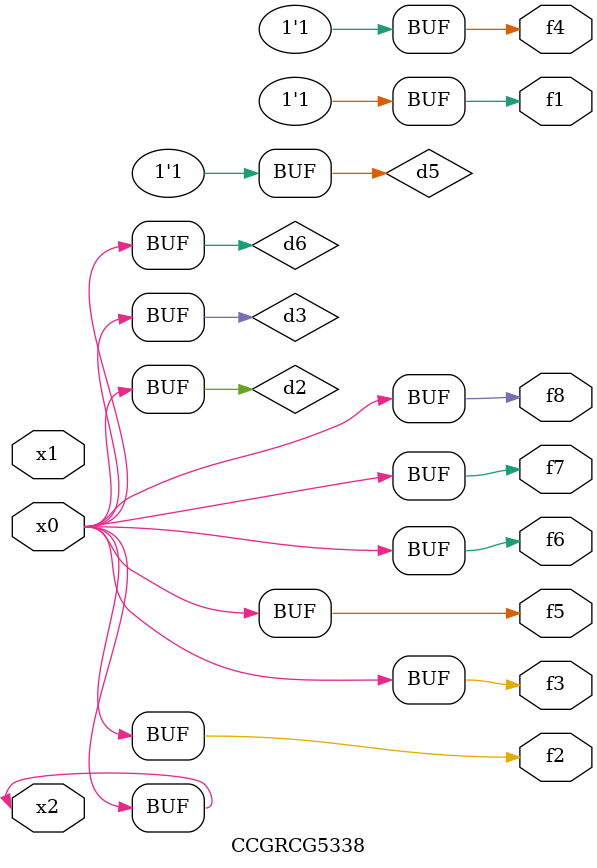
<source format=v>
module CCGRCG5338(
	input x0, x1, x2,
	output f1, f2, f3, f4, f5, f6, f7, f8
);

	wire d1, d2, d3, d4, d5, d6;

	xnor (d1, x2);
	buf (d2, x0, x2);
	and (d3, x0);
	xnor (d4, x1, x2);
	nand (d5, d1, d3);
	buf (d6, d2, d3);
	assign f1 = d5;
	assign f2 = d6;
	assign f3 = d6;
	assign f4 = d5;
	assign f5 = d6;
	assign f6 = d6;
	assign f7 = d6;
	assign f8 = d6;
endmodule

</source>
